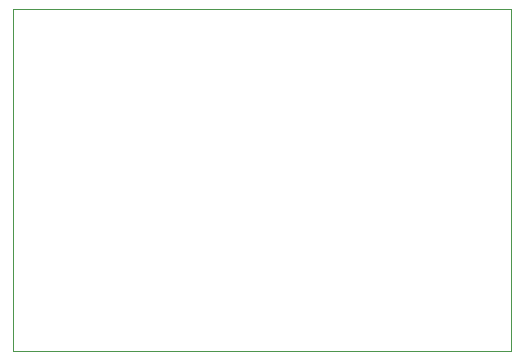
<source format=gbr>
%TF.GenerationSoftware,KiCad,Pcbnew,(6.0.11-0)*%
%TF.CreationDate,2023-03-20T11:34:52+11:00*%
%TF.ProjectId,AD3 Breakout Board,41443320-4272-4656-916b-6f757420426f,rev?*%
%TF.SameCoordinates,PXb71b00PY2781868*%
%TF.FileFunction,Profile,NP*%
%FSLAX46Y46*%
G04 Gerber Fmt 4.6, Leading zero omitted, Abs format (unit mm)*
G04 Created by KiCad (PCBNEW (6.0.11-0)) date 2023-03-20 11:34:52*
%MOMM*%
%LPD*%
G01*
G04 APERTURE LIST*
%TA.AperFunction,Profile*%
%ADD10C,0.100000*%
%TD*%
G04 APERTURE END LIST*
D10*
X225000Y29225000D02*
X42400000Y29225000D01*
X42400000Y29225000D02*
X42400000Y275000D01*
X42400000Y275000D02*
X225000Y275000D01*
X225000Y275000D02*
X225000Y29225000D01*
M02*

</source>
